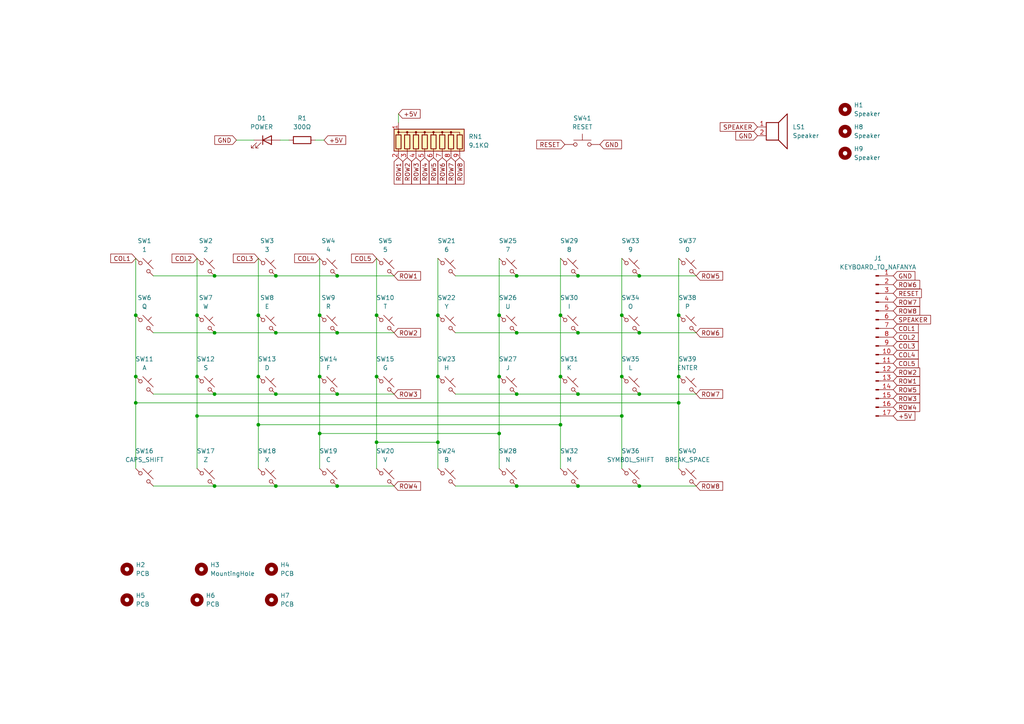
<source format=kicad_sch>
(kicad_sch (version 20250114) (generator "eeschema") (generator_version "9.0")
  (paper "A4")
  (title_block (title "Новая Клавиатура Нафаня/New Nafanya Keyboard") (date "5-Apr-2025") (company "Brett Hallen") (comment 1 "www.youtube.com/@brfff"))
  (lib_symbols
    (symbol "Connector:Conn_01x17_Pin" (pin_names (offset 1.016) (hide yes))
      (property "Reference" "J" (at 0 22.86 0))
      (property "Value" "Conn_01x17_Pin" (at 0 -22.86 0))
      (symbol "Conn_01x17_Pin_1_1"
        (rectangle (start 0.8636 20.447) (end 0 20.193) (stroke (width 0.1524)) (fill (type outline)))
        (rectangle (start 0.8636 17.907) (end 0 17.653) (stroke (width 0.1524)) (fill (type outline)))
        (rectangle (start 0.8636 15.367) (end 0 15.113) (stroke (width 0.1524)) (fill (type outline)))
        (rectangle (start 0.8636 12.827) (end 0 12.573) (stroke (width 0.1524)) (fill (type outline)))
        (rectangle (start 0.8636 10.287) (end 0 10.033) (stroke (width 0.1524)) (fill (type outline)))
        (rectangle (start 0.8636 7.747) (end 0 7.493) (stroke (width 0.1524)) (fill (type outline)))
        (rectangle (start 0.8636 5.207) (end 0 4.953) (stroke (width 0.1524)) (fill (type outline)))
        (rectangle (start 0.8636 2.667) (end 0 2.413) (stroke (width 0.1524)) (fill (type outline)))
        (rectangle (start 0.8636 0.127) (end 0 -0.127) (stroke (width 0.1524)) (fill (type outline)))
        (rectangle (start 0.8636 -2.413) (end 0 -2.667) (stroke (width 0.1524)) (fill (type outline)))
        (rectangle (start 0.8636 -4.953) (end 0 -5.207) (stroke (width 0.1524)) (fill (type outline)))
        (rectangle (start 0.8636 -7.493) (end 0 -7.747) (stroke (width 0.1524)) (fill (type outline)))
        (rectangle (start 0.8636 -10.033) (end 0 -10.287) (stroke (width 0.1524)) (fill (type outline)))
        (rectangle (start 0.8636 -12.573) (end 0 -12.827) (stroke (width 0.1524)) (fill (type outline)))
        (rectangle (start 0.8636 -15.113) (end 0 -15.367) (stroke (width 0.1524)) (fill (type outline)))
        (rectangle (start 0.8636 -17.653) (end 0 -17.907) (stroke (width 0.1524)) (fill (type outline)))
        (rectangle (start 0.8636 -20.193) (end 0 -20.447) (stroke (width 0.1524)) (fill (type outline)))
        (polyline (pts (xy 1.27 20.32) (xy 0.8636 20.32)) (stroke (width 0.1524)))
        (polyline (pts (xy 1.27 17.78) (xy 0.8636 17.78)) (stroke (width 0.1524)))
        (polyline (pts (xy 1.27 15.24) (xy 0.8636 15.24)) (stroke (width 0.1524)))
        (polyline (pts (xy 1.27 12.7) (xy 0.8636 12.7)) (stroke (width 0.1524)))
        (polyline (pts (xy 1.27 10.16) (xy 0.8636 10.16)) (stroke (width 0.1524)))
        (polyline (pts (xy 1.27 7.62) (xy 0.8636 7.62)) (stroke (width 0.1524)))
        (polyline (pts (xy 1.27 5.08) (xy 0.8636 5.08)) (stroke (width 0.1524)))
        (polyline (pts (xy 1.27 2.54) (xy 0.8636 2.54)) (stroke (width 0.1524)))
        (polyline (pts (xy 1.27 0) (xy 0.8636 0)) (stroke (width 0.1524)))
        (polyline (pts (xy 1.27 -2.54) (xy 0.8636 -2.54)) (stroke (width 0.1524)))
        (polyline (pts (xy 1.27 -5.08) (xy 0.8636 -5.08)) (stroke (width 0.1524)))
        (polyline (pts (xy 1.27 -7.62) (xy 0.8636 -7.62)) (stroke (width 0.1524)))
        (polyline (pts (xy 1.27 -10.16) (xy 0.8636 -10.16)) (stroke (width 0.1524)))
        (polyline (pts (xy 1.27 -12.7) (xy 0.8636 -12.7)) (stroke (width 0.1524)))
        (polyline (pts (xy 1.27 -15.24) (xy 0.8636 -15.24)) (stroke (width 0.1524)))
        (polyline (pts (xy 1.27 -17.78) (xy 0.8636 -17.78)) (stroke (width 0.1524)))
        (polyline (pts (xy 1.27 -20.32) (xy 0.8636 -20.32)) (stroke (width 0.1524)))
        (pin passive line (at 5.08 20.32 180) (length 3.81) (name "Pin_1") (number "1"))
        (pin passive line (at 5.08 17.78 180) (length 3.81) (name "Pin_2") (number "2"))
        (pin passive line (at 5.08 15.24 180) (length 3.81) (name "Pin_3") (number "3"))
        (pin passive line (at 5.08 12.7 180) (length 3.81) (name "Pin_4") (number "4"))
        (pin passive line (at 5.08 10.16 180) (length 3.81) (name "Pin_5") (number "5"))
        (pin passive line (at 5.08 7.62 180) (length 3.81) (name "Pin_6") (number "6"))
        (pin passive line (at 5.08 5.08 180) (length 3.81) (name "Pin_7") (number "7"))
        (pin passive line (at 5.08 2.54 180) (length 3.81) (name "Pin_8") (number "8"))
        (pin passive line (at 5.08 0 180) (length 3.81) (name "Pin_9") (number "9"))
        (pin passive line (at 5.08 -2.54 180) (length 3.81) (name "Pin_10") (number "10"))
        (pin passive line (at 5.08 -5.08 180) (length 3.81) (name "Pin_11") (number "11"))
        (pin passive line (at 5.08 -7.62 180) (length 3.81) (name "Pin_12") (number "12"))
        (pin passive line (at 5.08 -10.16 180) (length 3.81) (name "Pin_13") (number "13"))
        (pin passive line (at 5.08 -12.7 180) (length 3.81) (name "Pin_14") (number "14"))
        (pin passive line (at 5.08 -15.24 180) (length 3.81) (name "Pin_15") (number "15"))
        (pin passive line (at 5.08 -17.78 180) (length 3.81) (name "Pin_16") (number "16"))
        (pin passive line (at 5.08 -20.32 180) (length 3.81) (name "Pin_17") (number "17"))
      )
    )
    (symbol "Device:LED" (pin_numbers (hide yes)) (pin_names (offset 1.016) (hide yes))
      (property "Reference" "D" (at 0 2.54 0))
      (property "Value" "LED" (at 0 -2.54 0))
      (symbol "LED_0_1"
        (polyline (pts (xy -3.048 -0.762) (xy -4.572 -2.286) (xy -3.81 -2.286) (xy -4.572 -2.286) (xy -4.572 -1.524)))
        (polyline (pts (xy -1.778 -0.762) (xy -3.302 -2.286) (xy -2.54 -2.286) (xy -3.302 -2.286) (xy -3.302 -1.524)))
        (polyline (pts (xy -1.27 0) (xy 1.27 0)))
        (polyline (pts (xy -1.27 -1.27) (xy -1.27 1.27)) (stroke (width 0.254)))
        (polyline (pts (xy 1.27 -1.27) (xy 1.27 1.27) (xy -1.27 0) (xy 1.27 -1.27)) (stroke (width 0.254)))
      )
      (symbol "LED_1_1"
        (pin passive line (at -3.81 0 0) (length 2.54) (name "K") (number "1"))
        (pin passive line (at 3.81 0 180) (length 2.54) (name "A") (number "2"))
      )
    )
    (symbol "Device:R" (pin_numbers (hide yes)) (pin_names (offset 0))
      (property "Reference" "R" (at 2.032 0 90))
      (property "Value" "R" (at 0 0 90))
      (symbol "R_0_1"
        (rectangle (start -1.016 -2.54) (end 1.016 2.54) (stroke (width 0.254)))
      )
      (symbol "R_1_1"
        (pin passive line (at 0 3.81 270) (length 1.27) (name "~") (number "1"))
        (pin passive line (at 0 -3.81 90) (length 1.27) (name "~") (number "2"))
      )
    )
    (symbol "Device:R_Network08" (pin_names (offset 0) (hide yes))
      (property "Reference" "RN" (at -12.7 0 90))
      (property "Value" "R_Network08" (at 10.16 0 90))
      (symbol "R_Network08_0_1"
        (rectangle (start -11.43 -3.175) (end 8.89 3.175) (stroke (width 0.254)) (fill (type background)))
        (rectangle (start -10.922 1.524) (end -9.398 -2.54) (stroke (width 0.254)))
        (circle (center -10.16 2.286) (radius 0.254) (fill (type outline)))
        (polyline (pts (xy -10.16 1.524) (xy -10.16 2.286) (xy -7.62 2.286) (xy -7.62 1.524)))
        (polyline (pts (xy -10.16 -2.54) (xy -10.16 -3.81)))
        (rectangle (start -8.382 1.524) (end -6.858 -2.54) (stroke (width 0.254)))
        (circle (center -7.62 2.286) (radius 0.254) (fill (type outline)))
        (polyline (pts (xy -7.62 1.524) (xy -7.62 2.286) (xy -5.08 2.286) (xy -5.08 1.524)))
        (polyline (pts (xy -7.62 -2.54) (xy -7.62 -3.81)))
        (rectangle (start -5.842 1.524) (end -4.318 -2.54) (stroke (width 0.254)))
        (circle (center -5.08 2.286) (radius 0.254) (fill (type outline)))
        (polyline (pts (xy -5.08 1.524) (xy -5.08 2.286) (xy -2.54 2.286) (xy -2.54 1.524)))
        (polyline (pts (xy -5.08 -2.54) (xy -5.08 -3.81)))
        (rectangle (start -3.302 1.524) (end -1.778 -2.54) (stroke (width 0.254)))
        (circle (center -2.54 2.286) (radius 0.254) (fill (type outline)))
        (polyline (pts (xy -2.54 1.524) (xy -2.54 2.286) (xy 0 2.286) (xy 0 1.524)))
        (polyline (pts (xy -2.54 -2.54) (xy -2.54 -3.81)))
        (rectangle (start -0.762 1.524) (end 0.762 -2.54) (stroke (width 0.254)))
        (circle (center 0 2.286) (radius 0.254) (fill (type outline)))
        (polyline (pts (xy 0 1.524) (xy 0 2.286) (xy 2.54 2.286) (xy 2.54 1.524)))
        (polyline (pts (xy 0 -2.54) (xy 0 -3.81)))
        (rectangle (start 1.778 1.524) (end 3.302 -2.54) (stroke (width 0.254)))
        (circle (center 2.54 2.286) (radius 0.254) (fill (type outline)))
        (polyline (pts (xy 2.54 1.524) (xy 2.54 2.286) (xy 5.08 2.286) (xy 5.08 1.524)))
        (polyline (pts (xy 2.54 -2.54) (xy 2.54 -3.81)))
        (rectangle (start 4.318 1.524) (end 5.842 -2.54) (stroke (width 0.254)))
        (circle (center 5.08 2.286) (radius 0.254) (fill (type outline)))
        (polyline (pts (xy 5.08 1.524) (xy 5.08 2.286) (xy 7.62 2.286) (xy 7.62 1.524)))
        (polyline (pts (xy 5.08 -2.54) (xy 5.08 -3.81)))
        (rectangle (start 6.858 1.524) (end 8.382 -2.54) (stroke (width 0.254)))
        (polyline (pts (xy 7.62 -2.54) (xy 7.62 -3.81)))
      )
      (symbol "R_Network08_1_1"
        (pin passive line (at -10.16 5.08 270) (length 2.54) (name "common") (number "1"))
        (pin passive line (at -10.16 -5.08 90) (length 1.27) (name "R1") (number "2"))
        (pin passive line (at -7.62 -5.08 90) (length 1.27) (name "R2") (number "3"))
        (pin passive line (at -5.08 -5.08 90) (length 1.27) (name "R3") (number "4"))
        (pin passive line (at -2.54 -5.08 90) (length 1.27) (name "R4") (number "5"))
        (pin passive line (at 0 -5.08 90) (length 1.27) (name "R5") (number "6"))
        (pin passive line (at 2.54 -5.08 90) (length 1.27) (name "R6") (number "7"))
        (pin passive line (at 5.08 -5.08 90) (length 1.27) (name "R7") (number "8"))
        (pin passive line (at 7.62 -5.08 90) (length 1.27) (name "R8") (number "9"))
      )
    )
    (symbol "Device:Speaker" (pin_names (offset 0) (hide yes))
      (property "Reference" "LS" (at 1.27 5.715 0))
      (property "Value" "Speaker" (at 1.27 3.81 0))
      (symbol "Speaker_0_0"
        (rectangle (start -2.54 1.27) (end 1.016 -3.81) (stroke (width 0.254)))
        (polyline (pts (xy 1.016 1.27) (xy 3.556 3.81) (xy 3.556 -6.35) (xy 1.016 -3.81)) (stroke (width 0.254)))
      )
      (symbol "Speaker_1_1"
        (pin input line (at -5.08 0 0) (length 2.54) (name "1") (number "1"))
        (pin input line (at -5.08 -2.54 0) (length 2.54) (name "2") (number "2"))
      )
    )
    (symbol "Mechanical:MountingHole" (pin_names (offset 1.016)) (exclude_from_sim yes) (in_bom no)
      (property "Reference" "H" (at 0 5.08 0))
      (property "Value" "MountingHole" (at 0 3.175 0))
      (symbol "MountingHole_0_1"
        (circle (center 0 0) (radius 1.27) (stroke (width 1.27)))
      )
    )
    (symbol "Switch:SW_Push" (pin_numbers (hide yes)) (pin_names (offset 1.016) (hide yes))
      (property "Reference" "SW" (at 1.27 2.54 0))
      (property "Value" "SW_Push" (at 0 -1.524 0))
      (symbol "SW_Push_0_1"
        (circle (center -2.032 0) (radius 0.508))
        (polyline (pts (xy 0 1.27) (xy 0 3.048)))
        (circle (center 2.032 0) (radius 0.508))
        (polyline (pts (xy 2.54 1.27) (xy -2.54 1.27)))
        (pin passive line (at -5.08 0 0) (length 2.54) (name "1") (number "1"))
        (pin passive line (at 5.08 0 180) (length 2.54) (name "2") (number "2"))
      )
    )
    (symbol "Switch:SW_Push_45deg" (pin_numbers (hide yes)) (pin_names (offset 1.016) (hide yes))
      (property "Reference" "SW" (at 3.048 1.016 0))
      (property "Value" "SW_Push_45deg" (at 0 -3.81 0))
      (symbol "SW_Push_45deg_0_1"
        (polyline (pts (xy -2.54 2.54) (xy -1.524 1.524) (xy -1.524 1.524)))
        (circle (center -1.1684 1.1684) (radius 0.508))
        (polyline (pts (xy -0.508 2.54) (xy 2.54 -0.508)))
        (polyline (pts (xy 1.016 1.016) (xy 2.032 2.032)))
        (circle (center 1.143 -1.1938) (radius 0.508))
        (polyline (pts (xy 1.524 -1.524) (xy 2.54 -2.54) (xy 2.54 -2.54) (xy 2.54 -2.54)))
        (pin passive line (at -2.54 2.54 0) (length 0) (name "1") (number "1"))
        (pin passive line (at 2.54 -2.54 180) (length 0) (name "2") (number "2"))
      )
    )
  )
  (junction (at 74.93 91.44))
  (junction (at 196.85 109.22))
  (junction (at 74.93 123.19))
  (junction (at 180.34 109.22))
  (junction (at 57.15 109.22))
  (junction (at 167.64 114.3))
  (junction (at 80.01 80.01))
  (junction (at 162.56 91.44))
  (junction (at 185.42 96.52))
  (junction (at 144.78 125.73))
  (junction (at 62.23 114.3))
  (junction (at 196.85 91.44))
  (junction (at 97.79 80.01))
  (junction (at 149.86 96.52))
  (junction (at 39.37 109.22))
  (junction (at 97.79 114.3))
  (junction (at 109.22 128.27))
  (junction (at 149.86 114.3))
  (junction (at 180.34 91.44))
  (junction (at 80.01 96.52))
  (junction (at 62.23 140.97))
  (junction (at 127 109.22))
  (junction (at 167.64 80.01))
  (junction (at 92.71 125.73))
  (junction (at 39.37 91.44))
  (junction (at 39.37 116.84))
  (junction (at 80.01 114.3))
  (junction (at 149.86 80.01))
  (junction (at 92.71 91.44))
  (junction (at 196.85 116.84))
  (junction (at 62.23 80.01))
  (junction (at 162.56 123.19))
  (junction (at 149.86 140.97))
  (junction (at 57.15 120.65))
  (junction (at 62.23 96.52))
  (junction (at 185.42 140.97))
  (junction (at 162.56 109.22))
  (junction (at 167.64 96.52))
  (junction (at 180.34 120.65))
  (junction (at 167.64 140.97))
  (junction (at 185.42 80.01))
  (junction (at 185.42 114.3))
  (junction (at 144.78 91.44))
  (junction (at 97.79 140.97))
  (junction (at 109.22 91.44))
  (junction (at 127 91.44))
  (junction (at 109.22 109.22))
  (junction (at 74.93 109.22))
  (junction (at 97.79 96.52))
  (junction (at 144.78 109.22))
  (junction (at 127 128.27))
  (junction (at 57.15 91.44))
  (junction (at 80.01 140.97))
  (junction (at 92.71 109.22))
  (wire (pts (xy 115.57 33.02) (xy 115.57 35.56)))
  (wire (pts (xy 127 74.93) (xy 127 91.44)))
  (wire (pts (xy 144.78 125.73) (xy 144.78 135.89)))
  (wire (pts (xy 80.01 96.52) (xy 97.79 96.52)))
  (wire (pts (xy 185.42 114.3) (xy 201.93 114.3)))
  (wire (pts (xy 97.79 140.97) (xy 114.3 140.97)))
  (wire (pts (xy 68.58 40.64) (xy 73.66 40.64)))
  (wire (pts (xy 132.08 96.52) (xy 149.86 96.52)))
  (wire (pts (xy 167.64 114.3) (xy 185.42 114.3)))
  (wire (pts (xy 92.71 74.93) (xy 92.71 91.44)))
  (wire (pts (xy 44.45 80.01) (xy 62.23 80.01)))
  (wire (pts (xy 180.34 109.22) (xy 180.34 120.65)))
  (wire (pts (xy 109.22 128.27) (xy 127 128.27)))
  (wire (pts (xy 144.78 91.44) (xy 144.78 109.22)))
  (wire (pts (xy 196.85 91.44) (xy 196.85 109.22)))
  (wire (pts (xy 149.86 140.97) (xy 167.64 140.97)))
  (wire (pts (xy 80.01 140.97) (xy 97.79 140.97)))
  (wire (pts (xy 162.56 91.44) (xy 162.56 109.22)))
  (wire (pts (xy 144.78 109.22) (xy 144.78 125.73)))
  (wire (pts (xy 162.56 109.22) (xy 162.56 123.19)))
  (wire (pts (xy 127 128.27) (xy 127 135.89)))
  (wire (pts (xy 80.01 80.01) (xy 97.79 80.01)))
  (wire (pts (xy 62.23 80.01) (xy 80.01 80.01)))
  (wire (pts (xy 127 91.44) (xy 127 109.22)))
  (wire (pts (xy 62.23 140.97) (xy 80.01 140.97)))
  (wire (pts (xy 44.45 96.52) (xy 62.23 96.52)))
  (wire (pts (xy 57.15 120.65) (xy 180.34 120.65)))
  (wire (pts (xy 149.86 96.52) (xy 167.64 96.52)))
  (wire (pts (xy 149.86 114.3) (xy 167.64 114.3)))
  (wire (pts (xy 109.22 74.93) (xy 109.22 91.44)))
  (wire (pts (xy 74.93 109.22) (xy 74.93 123.19)))
  (wire (pts (xy 39.37 116.84) (xy 196.85 116.84)))
  (wire (pts (xy 92.71 125.73) (xy 92.71 135.89)))
  (wire (pts (xy 81.28 40.64) (xy 83.82 40.64)))
  (wire (pts (xy 57.15 109.22) (xy 57.15 120.65)))
  (wire (pts (xy 196.85 116.84) (xy 196.85 135.89)))
  (wire (pts (xy 196.85 74.93) (xy 196.85 91.44)))
  (wire (pts (xy 185.42 96.52) (xy 201.93 96.52)))
  (wire (pts (xy 93.98 40.64) (xy 91.44 40.64)))
  (wire (pts (xy 127 109.22) (xy 127 128.27)))
  (wire (pts (xy 167.64 140.97) (xy 185.42 140.97)))
  (wire (pts (xy 74.93 123.19) (xy 162.56 123.19)))
  (wire (pts (xy 167.64 96.52) (xy 185.42 96.52)))
  (wire (pts (xy 180.34 120.65) (xy 180.34 135.89)))
  (wire (pts (xy 62.23 114.3) (xy 80.01 114.3)))
  (wire (pts (xy 97.79 96.52) (xy 114.3 96.52)))
  (wire (pts (xy 149.86 80.01) (xy 167.64 80.01)))
  (wire (pts (xy 132.08 114.3) (xy 149.86 114.3)))
  (wire (pts (xy 74.93 74.93) (xy 74.93 91.44)))
  (wire (pts (xy 109.22 91.44) (xy 109.22 109.22)))
  (wire (pts (xy 167.64 80.01) (xy 185.42 80.01)))
  (wire (pts (xy 162.56 123.19) (xy 162.56 135.89)))
  (wire (pts (xy 92.71 109.22) (xy 92.71 125.73)))
  (wire (pts (xy 109.22 128.27) (xy 109.22 135.89)))
  (wire (pts (xy 185.42 80.01) (xy 201.93 80.01)))
  (wire (pts (xy 39.37 109.22) (xy 39.37 116.84)))
  (wire (pts (xy 92.71 125.73) (xy 144.78 125.73)))
  (wire (pts (xy 132.08 80.01) (xy 149.86 80.01)))
  (wire (pts (xy 185.42 140.97) (xy 201.93 140.97)))
  (wire (pts (xy 97.79 80.01) (xy 114.3 80.01)))
  (wire (pts (xy 74.93 123.19) (xy 74.93 135.89)))
  (wire (pts (xy 74.93 91.44) (xy 74.93 109.22)))
  (wire (pts (xy 57.15 74.93) (xy 57.15 91.44)))
  (wire (pts (xy 44.45 114.3) (xy 62.23 114.3)))
  (wire (pts (xy 62.23 96.52) (xy 80.01 96.52)))
  (wire (pts (xy 92.71 91.44) (xy 92.71 109.22)))
  (wire (pts (xy 57.15 120.65) (xy 57.15 135.89)))
  (wire (pts (xy 44.45 140.97) (xy 62.23 140.97)))
  (wire (pts (xy 57.15 91.44) (xy 57.15 109.22)))
  (wire (pts (xy 144.78 74.93) (xy 144.78 91.44)))
  (wire (pts (xy 132.08 140.97) (xy 149.86 140.97)))
  (wire (pts (xy 39.37 116.84) (xy 39.37 135.89)))
  (wire (pts (xy 97.79 114.3) (xy 114.3 114.3)))
  (wire (pts (xy 180.34 91.44) (xy 180.34 109.22)))
  (wire (pts (xy 109.22 109.22) (xy 109.22 128.27)))
  (wire (pts (xy 180.34 74.93) (xy 180.34 91.44)))
  (wire (pts (xy 80.01 114.3) (xy 97.79 114.3)))
  (wire (pts (xy 196.85 109.22) (xy 196.85 116.84)))
  (wire (pts (xy 39.37 91.44) (xy 39.37 109.22)))
  (wire (pts (xy 39.37 74.93) (xy 39.37 91.44)))
  (wire (pts (xy 162.56 74.93) (xy 162.56 91.44)))
  (global_label "ROW6" (shape input) (at 259.08 82.55 0) (property "Intersheetrefs" "${INTERSHEET_REFS}" (effects (hide yes))))
  (global_label "COL1" (shape input) (at 259.08 95.25 0) (property "Intersheetrefs" "${INTERSHEET_REFS}" (effects (hide yes))))
  (global_label "ROW7" (shape input) (at 201.93 114.3 0) (property "Intersheetrefs" "${INTERSHEET_REFS}" (effects (hide yes))))
  (global_label "ROW2" (shape input) (at 118.11 45.72 270) (property "Intersheetrefs" "${INTERSHEET_REFS}" (effects (hide yes))))
  (global_label "GND" (shape input) (at 259.08 80.01 0) (property "Intersheetrefs" "${INTERSHEET_REFS}" (effects (hide yes))))
  (global_label "ROW8" (shape input) (at 201.93 140.97 0) (property "Intersheetrefs" "${INTERSHEET_REFS}" (effects (hide yes))))
  (global_label "COL3" (shape input) (at 74.93 74.93 180) (property "Intersheetrefs" "${INTERSHEET_REFS}" (effects (hide yes))))
  (global_label "ROW3" (shape input) (at 259.08 115.57 0) (property "Intersheetrefs" "${INTERSHEET_REFS}" (effects (hide yes))))
  (global_label "ROW4" (shape input) (at 114.3 140.97 0) (property "Intersheetrefs" "${INTERSHEET_REFS}" (effects (hide yes))))
  (global_label "ROW6" (shape input) (at 201.93 96.52 0) (property "Intersheetrefs" "${INTERSHEET_REFS}" (effects (hide yes))))
  (global_label "ROW8" (shape input) (at 259.08 90.17 0) (property "Intersheetrefs" "${INTERSHEET_REFS}" (effects (hide yes))))
  (global_label "ROW1" (shape input) (at 259.08 110.49 0) (property "Intersheetrefs" "${INTERSHEET_REFS}" (effects (hide yes))))
  (global_label "ROW7" (shape input) (at 130.81 45.72 270) (property "Intersheetrefs" "${INTERSHEET_REFS}" (effects (hide yes))))
  (global_label "COL4" (shape input) (at 259.08 102.87 0) (property "Intersheetrefs" "${INTERSHEET_REFS}" (effects (hide yes))))
  (global_label "ROW5" (shape input) (at 201.93 80.01 0) (property "Intersheetrefs" "${INTERSHEET_REFS}" (effects (hide yes))))
  (global_label "ROW1" (shape input) (at 115.57 45.72 270) (property "Intersheetrefs" "${INTERSHEET_REFS}" (effects (hide yes))))
  (global_label "SPEAKER" (shape input) (at 259.08 92.71 0) (property "Intersheetrefs" "${INTERSHEET_REFS}" (effects (hide yes))))
  (global_label "COL4" (shape input) (at 92.71 74.93 180) (property "Intersheetrefs" "${INTERSHEET_REFS}" (effects (hide yes))))
  (global_label "ROW5" (shape input) (at 259.08 113.03 0) (property "Intersheetrefs" "${INTERSHEET_REFS}" (effects (hide yes))))
  (global_label "GND" (shape input) (at 173.99 41.91 0) (property "Intersheetrefs" "${INTERSHEET_REFS}" (effects (hide yes))))
  (global_label "ROW8" (shape input) (at 133.35 45.72 270) (property "Intersheetrefs" "${INTERSHEET_REFS}" (effects (hide yes))))
  (global_label "ROW4" (shape input) (at 259.08 118.11 0) (property "Intersheetrefs" "${INTERSHEET_REFS}" (effects (hide yes))))
  (global_label "ROW2" (shape input) (at 259.08 107.95 0) (property "Intersheetrefs" "${INTERSHEET_REFS}" (effects (hide yes))))
  (global_label "COL5" (shape input) (at 109.22 74.93 180) (property "Intersheetrefs" "${INTERSHEET_REFS}" (effects (hide yes))))
  (global_label "ROW6" (shape input) (at 128.27 45.72 270) (property "Intersheetrefs" "${INTERSHEET_REFS}" (effects (hide yes))))
  (global_label "ROW5" (shape input) (at 125.73 45.72 270) (property "Intersheetrefs" "${INTERSHEET_REFS}" (effects (hide yes))))
  (global_label "ROW4" (shape input) (at 123.19 45.72 270) (property "Intersheetrefs" "${INTERSHEET_REFS}" (effects (hide yes))))
  (global_label "+5V" (shape input) (at 259.08 120.65 0) (property "Intersheetrefs" "${INTERSHEET_REFS}" (effects (hide yes))))
  (global_label "COL3" (shape input) (at 259.08 100.33 0) (property "Intersheetrefs" "${INTERSHEET_REFS}" (effects (hide yes))))
  (global_label "ROW3" (shape input) (at 120.65 45.72 270) (property "Intersheetrefs" "${INTERSHEET_REFS}" (effects (hide yes))))
  (global_label "ROW1" (shape input) (at 114.3 80.01 0) (property "Intersheetrefs" "${INTERSHEET_REFS}" (effects (hide yes))))
  (global_label "SPEAKER" (shape input) (at 219.71 36.83 180) (property "Intersheetrefs" "${INTERSHEET_REFS}" (effects (hide yes))))
  (global_label "GND" (shape input) (at 219.71 39.37 180) (property "Intersheetrefs" "${INTERSHEET_REFS}" (effects (hide yes))))
  (global_label "ROW3" (shape input) (at 114.3 114.3 0) (property "Intersheetrefs" "${INTERSHEET_REFS}" (effects (hide yes))))
  (global_label "GND" (shape input) (at 68.58 40.64 180) (property "Intersheetrefs" "${INTERSHEET_REFS}" (effects (hide yes))))
  (global_label "+5V" (shape input) (at 115.57 33.02 0) (property "Intersheetrefs" "${INTERSHEET_REFS}" (effects (hide yes))))
  (global_label "RESET" (shape input) (at 259.08 85.09 0) (property "Intersheetrefs" "${INTERSHEET_REFS}" (effects (hide yes))))
  (global_label "RESET" (shape input) (at 163.83 41.91 180) (property "Intersheetrefs" "${INTERSHEET_REFS}" (effects (hide yes))))
  (global_label "ROW7" (shape input) (at 259.08 87.63 0) (property "Intersheetrefs" "${INTERSHEET_REFS}" (effects (hide yes))))
  (global_label "COL1" (shape input) (at 39.37 74.93 180) (property "Intersheetrefs" "${INTERSHEET_REFS}" (effects (hide yes))))
  (global_label "+5V" (shape input) (at 93.98 40.64 0) (property "Intersheetrefs" "${INTERSHEET_REFS}" (effects (hide yes))))
  (global_label "COL5" (shape input) (at 259.08 105.41 0) (property "Intersheetrefs" "${INTERSHEET_REFS}" (effects (hide yes))))
  (global_label "ROW2" (shape input) (at 114.3 96.52 0) (property "Intersheetrefs" "${INTERSHEET_REFS}" (effects (hide yes))))
  (global_label "COL2" (shape input) (at 57.15 74.93 180) (property "Intersheetrefs" "${INTERSHEET_REFS}" (effects (hide yes))))
  (global_label "COL2" (shape input) (at 259.08 97.79 0) (property "Intersheetrefs" "${INTERSHEET_REFS}" (effects (hide yes))))
  (symbol (lib_id "Switch:SW_Push_45deg") (at 77.47 77.47 0) (unit 1)
    (property "Reference" "SW3" (at 77.47 69.85 0))
    (property "Value" "3" (at 77.47 72.39 0))
    (property "Description" "Push button switch, normally open, two pins, 45° tilted" (effects (hide yes)))
  )
  (symbol (lib_id "Switch:SW_Push_45deg") (at 77.47 111.76 0) (unit 1)
    (property "Reference" "SW13" (at 77.47 104.14 0))
    (property "Value" "D" (at 77.47 106.68 0))
    (property "Description" "Push button switch, normally open, two pins, 45° tilted" (effects (hide yes)))
  )
  (symbol (lib_id "Switch:SW_Push_45deg") (at 41.91 93.98 0) (unit 1)
    (property "Reference" "SW6" (at 41.91 86.36 0))
    (property "Value" "Q" (at 41.91 88.9 0))
    (property "Description" "Push button switch, normally open, two pins, 45° tilted" (effects (hide yes)))
  )
  (symbol (lib_id "Switch:SW_Push_45deg") (at 111.76 77.47 0) (unit 1)
    (property "Reference" "SW5" (at 111.76 69.85 0))
    (property "Value" "5" (at 111.76 72.39 0))
    (property "Description" "Push button switch, normally open, two pins, 45° tilted" (effects (hide yes)))
  )
  (symbol (lib_id "Device:LED") (at 77.47 40.64 0) (unit 1)
    (property "Reference" "D1" (at 75.8825 34.29 0))
    (property "Value" "POWER" (at 75.8825 36.83 0))
    (property "Description" "Light emitting diode" (effects (hide yes)))
    (property "Sim.Pins" "1=K 2=A" (effects (hide yes)))
  )
  (symbol (lib_id "Switch:SW_Push_45deg") (at 165.1 111.76 0) (unit 1)
    (property "Reference" "SW31" (at 165.1 104.14 0))
    (property "Value" "K" (at 165.1 106.68 0))
    (property "Description" "Push button switch, normally open, two pins, 45° tilted" (effects (hide yes)))
  )
  (symbol (lib_id "Switch:SW_Push_45deg") (at 147.32 93.98 0) (unit 1)
    (property "Reference" "SW26" (at 147.32 86.36 0))
    (property "Value" "U" (at 147.32 88.9 0))
    (property "Description" "Push button switch, normally open, two pins, 45° tilted" (effects (hide yes)))
  )
  (symbol (lib_id "Switch:SW_Push_45deg") (at 182.88 138.43 0) (unit 1)
    (property "Reference" "SW36" (at 182.88 130.81 0))
    (property "Value" "SYMBOL_SHIFT" (at 182.88 133.35 0))
    (property "Description" "Push button switch, normally open, two pins, 45° tilted" (effects (hide yes)))
  )
  (symbol (lib_id "Switch:SW_Push_45deg") (at 165.1 138.43 0) (unit 1)
    (property "Reference" "SW32" (at 165.1 130.81 0))
    (property "Value" "M" (at 165.1 133.35 0))
    (property "Description" "Push button switch, normally open, two pins, 45° tilted" (effects (hide yes)))
  )
  (symbol (lib_id "Switch:SW_Push_45deg") (at 129.54 138.43 0) (unit 1)
    (property "Reference" "SW24" (at 129.54 130.81 0))
    (property "Value" "B" (at 129.54 133.35 0))
    (property "Description" "Push button switch, normally open, two pins, 45° tilted" (effects (hide yes)))
  )
  (symbol (lib_id "Mechanical:MountingHole") (at 78.74 173.99 0) (unit 1) (exclude_from_sim yes) (in_bom no)
    (property "Reference" "H7" (at 81.28 172.7199 0) (effects (justify left)))
    (property "Value" "PCB" (at 81.28 175.2599 0) (effects (justify left)))
    (property "Description" "Mounting Hole without connection" (effects (hide yes)))
  )
  (symbol (lib_id "Switch:SW_Push_45deg") (at 77.47 93.98 0) (unit 1)
    (property "Reference" "SW8" (at 77.47 86.36 0))
    (property "Value" "E" (at 77.47 88.9 0))
    (property "Description" "Push button switch, normally open, two pins, 45° tilted" (effects (hide yes)))
  )
  (symbol (lib_id "Switch:SW_Push_45deg") (at 147.32 77.47 0) (unit 1)
    (property "Reference" "SW25" (at 147.32 69.85 0))
    (property "Value" "7" (at 147.32 72.39 0))
    (property "Description" "Push button switch, normally open, two pins, 45° tilted" (effects (hide yes)))
  )
  (symbol (lib_id "Switch:SW_Push_45deg") (at 41.91 77.47 0) (unit 1)
    (property "Reference" "SW1" (at 41.91 69.85 0))
    (property "Value" "1" (at 41.91 72.39 0))
    (property "Description" "Push button switch, normally open, two pins, 45° tilted" (effects (hide yes)))
  )
  (symbol (lib_id "Switch:SW_Push_45deg") (at 182.88 93.98 0) (unit 1)
    (property "Reference" "SW34" (at 182.88 86.36 0))
    (property "Value" "O" (at 182.88 88.9 0))
    (property "Description" "Push button switch, normally open, two pins, 45° tilted" (effects (hide yes)))
  )
  (symbol (lib_id "Switch:SW_Push_45deg") (at 147.32 138.43 0) (unit 1)
    (property "Reference" "SW28" (at 147.32 130.81 0))
    (property "Value" "N" (at 147.32 133.35 0))
    (property "Description" "Push button switch, normally open, two pins, 45° tilted" (effects (hide yes)))
  )
  (symbol (lib_id "Mechanical:MountingHole") (at 36.83 165.1 0) (unit 1) (exclude_from_sim yes) (in_bom no)
    (property "Reference" "H2" (at 39.37 163.8299 0) (effects (justify left)))
    (property "Value" "PCB" (at 39.37 166.3699 0) (effects (justify left)))
    (property "Description" "Mounting Hole without connection" (effects (hide yes)))
  )
  (symbol (lib_id "Switch:SW_Push_45deg") (at 59.69 93.98 0) (unit 1)
    (property "Reference" "SW7" (at 59.69 86.36 0))
    (property "Value" "W" (at 59.69 88.9 0))
    (property "Description" "Push button switch, normally open, two pins, 45° tilted" (effects (hide yes)))
  )
  (symbol (lib_id "Switch:SW_Push_45deg") (at 95.25 93.98 0) (unit 1)
    (property "Reference" "SW9" (at 95.25 86.36 0))
    (property "Value" "R" (at 95.25 88.9 0))
    (property "Description" "Push button switch, normally open, two pins, 45° tilted" (effects (hide yes)))
  )
  (symbol (lib_id "Switch:SW_Push_45deg") (at 165.1 93.98 0) (unit 1)
    (property "Reference" "SW30" (at 165.1 86.36 0))
    (property "Value" "I" (at 165.1 88.9 0))
    (property "Description" "Push button switch, normally open, two pins, 45° tilted" (effects (hide yes)))
  )
  (symbol (lib_id "Switch:SW_Push_45deg") (at 147.32 111.76 0) (unit 1)
    (property "Reference" "SW27" (at 147.32 104.14 0))
    (property "Value" "J" (at 147.32 106.68 0))
    (property "Description" "Push button switch, normally open, two pins, 45° tilted" (effects (hide yes)))
  )
  (symbol (lib_id "Switch:SW_Push_45deg") (at 41.91 138.43 0) (unit 1)
    (property "Reference" "SW16" (at 41.91 130.81 0))
    (property "Value" "CAPS_SHIFT" (at 41.91 133.35 0))
    (property "Description" "Push button switch, normally open, two pins, 45° tilted" (effects (hide yes)))
  )
  (symbol (lib_id "Device:R_Network08") (at 125.73 40.64 0) (unit 1)
    (property "Reference" "RN1" (at 135.89 39.6239 0) (effects (justify left)))
    (property "Value" "9.1KΩ" (at 135.89 42.1639 0) (effects (justify left)))
    (property "Footprint" "Resistor_THT:R_Array_SIP9" (effects (hide yes)))
    (property "Datasheet" "http://www.vishay.com/docs/31509/csc.pdf" (effects (hide yes)))
    (property "Description" "8 resistor network, star topology, bussed resistors, small symbol" (effects (hide yes)))
  )
  (symbol (lib_id "Switch:SW_Push_45deg") (at 111.76 93.98 0) (unit 1)
    (property "Reference" "SW10" (at 111.76 86.36 0))
    (property "Value" "T" (at 111.76 88.9 0))
    (property "Description" "Push button switch, normally open, two pins, 45° tilted" (effects (hide yes)))
  )
  (symbol (lib_id "Mechanical:MountingHole") (at 57.15 173.99 0) (unit 1) (exclude_from_sim yes) (in_bom no)
    (property "Reference" "H6" (at 59.69 172.7199 0) (effects (justify left)))
    (property "Value" "PCB" (at 59.69 175.2599 0) (effects (justify left)))
    (property "Description" "Mounting Hole without connection" (effects (hide yes)))
  )
  (symbol (lib_id "Mechanical:MountingHole") (at 78.74 165.1 0) (unit 1) (exclude_from_sim yes) (in_bom no)
    (property "Reference" "H4" (at 81.28 163.8299 0) (effects (justify left)))
    (property "Value" "PCB" (at 81.28 166.3699 0) (effects (justify left)))
    (property "Description" "Mounting Hole without connection" (effects (hide yes)))
  )
  (symbol (lib_id "Switch:SW_Push_45deg") (at 95.25 138.43 0) (unit 1)
    (property "Reference" "SW19" (at 95.25 130.81 0))
    (property "Value" "C" (at 95.25 133.35 0))
    (property "Description" "Push button switch, normally open, two pins, 45° tilted" (effects (hide yes)))
  )
  (symbol (lib_id "Mechanical:MountingHole") (at 36.83 173.99 0) (unit 1) (exclude_from_sim yes) (in_bom no)
    (property "Reference" "H5" (at 39.37 172.7199 0) (effects (justify left)))
    (property "Value" "PCB" (at 39.37 175.2599 0) (effects (justify left)))
    (property "Description" "Mounting Hole without connection" (effects (hide yes)))
  )
  (symbol (lib_id "Switch:SW_Push_45deg") (at 199.39 77.47 0) (unit 1)
    (property "Reference" "SW37" (at 199.39 69.85 0))
    (property "Value" "0" (at 199.39 72.39 0))
    (property "Description" "Push button switch, normally open, two pins, 45° tilted" (effects (hide yes)))
  )
  (symbol (lib_id "Connector:Conn_01x17_Pin") (at 254 100.33 0) (unit 1)
    (property "Reference" "J1" (at 254.635 74.93 0))
    (property "Value" "KEYBOARD_TO_NAFANYA" (at 254.635 77.47 0))
    (property "Description" "Generic connector, single row, 01x17, script generated" (effects (hide yes)))
  )
  (symbol (lib_id "Switch:SW_Push_45deg") (at 59.69 111.76 0) (unit 1)
    (property "Reference" "SW12" (at 59.69 104.14 0))
    (property "Value" "S" (at 59.69 106.68 0))
    (property "Description" "Push button switch, normally open, two pins, 45° tilted" (effects (hide yes)))
  )
  (symbol (lib_id "Switch:SW_Push_45deg") (at 59.69 138.43 0) (unit 1)
    (property "Reference" "SW17" (at 59.69 130.81 0))
    (property "Value" "Z" (at 59.69 133.35 0))
    (property "Description" "Push button switch, normally open, two pins, 45° tilted" (effects (hide yes)))
  )
  (symbol (lib_id "Mechanical:MountingHole") (at 58.42 165.1 0) (unit 1) (exclude_from_sim yes) (in_bom no)
    (property "Reference" "H3" (at 60.96 163.8299 0) (effects (justify left)))
    (property "Value" "MountingHole" (at 60.96 166.3699 0) (effects (justify left)))
    (property "Description" "Mounting Hole without connection" (effects (hide yes)))
  )
  (symbol (lib_id "Device:R") (at 87.63 40.64 90) (unit 1)
    (property "Reference" "R1" (at 87.63 34.29 90))
    (property "Value" "300Ω" (at 87.63 36.83 90))
    (property "Description" "Resistor" (effects (hide yes)))
  )
  (symbol (lib_id "Switch:SW_Push_45deg") (at 199.39 111.76 0) (unit 1)
    (property "Reference" "SW39" (at 199.39 104.14 0))
    (property "Value" "ENTER" (at 199.39 106.68 0))
    (property "Description" "Push button switch, normally open, two pins, 45° tilted" (effects (hide yes)))
  )
  (symbol (lib_id "Switch:SW_Push_45deg") (at 41.91 111.76 0) (unit 1)
    (property "Reference" "SW11" (at 41.91 104.14 0))
    (property "Value" "A" (at 41.91 106.68 0))
    (property "Description" "Push button switch, normally open, two pins, 45° tilted" (effects (hide yes)))
  )
  (symbol (lib_id "Switch:SW_Push_45deg") (at 77.47 138.43 0) (unit 1)
    (property "Reference" "SW18" (at 77.47 130.81 0))
    (property "Value" "X" (at 77.47 133.35 0))
    (property "Description" "Push button switch, normally open, two pins, 45° tilted" (effects (hide yes)))
  )
  (symbol (lib_id "Switch:SW_Push_45deg") (at 95.25 111.76 0) (unit 1)
    (property "Reference" "SW14" (at 95.25 104.14 0))
    (property "Value" "F" (at 95.25 106.68 0))
    (property "Description" "Push button switch, normally open, two pins, 45° tilted" (effects (hide yes)))
  )
  (symbol (lib_id "Switch:SW_Push_45deg") (at 95.25 77.47 0) (unit 1)
    (property "Reference" "SW4" (at 95.25 69.85 0))
    (property "Value" "4" (at 95.25 72.39 0))
    (property "Description" "Push button switch, normally open, two pins, 45° tilted" (effects (hide yes)))
  )
  (symbol (lib_id "Switch:SW_Push_45deg") (at 199.39 138.43 0) (unit 1)
    (property "Reference" "SW40" (at 199.39 130.81 0))
    (property "Value" "BREAK_SPACE" (at 199.39 133.35 0))
    (property "Description" "Push button switch, normally open, two pins, 45° tilted" (effects (hide yes)))
  )
  (symbol (lib_id "Switch:SW_Push_45deg") (at 199.39 93.98 0) (unit 1)
    (property "Reference" "SW38" (at 199.39 86.36 0))
    (property "Value" "P" (at 199.39 88.9 0))
    (property "Description" "Push button switch, normally open, two pins, 45° tilted" (effects (hide yes)))
  )
  (symbol (lib_id "Switch:SW_Push") (at 168.91 41.91 0) (unit 1)
    (property "Reference" "SW41" (at 168.91 34.29 0))
    (property "Value" "RESET" (at 168.91 36.83 0))
    (property "Description" "Push button switch, generic, two pins" (effects (hide yes)))
  )
  (symbol (lib_id "Switch:SW_Push_45deg") (at 129.54 111.76 0) (unit 1)
    (property "Reference" "SW23" (at 129.54 104.14 0))
    (property "Value" "H" (at 129.54 106.68 0))
    (property "Description" "Push button switch, normally open, two pins, 45° tilted" (effects (hide yes)))
  )
  (symbol (lib_id "Switch:SW_Push_45deg") (at 129.54 77.47 0) (unit 1)
    (property "Reference" "SW21" (at 129.54 69.85 0))
    (property "Value" "6" (at 129.54 72.39 0))
    (property "Description" "Push button switch, normally open, two pins, 45° tilted" (effects (hide yes)))
  )
  (symbol (lib_id "Switch:SW_Push_45deg") (at 59.69 77.47 0) (unit 1)
    (property "Reference" "SW2" (at 59.69 69.85 0))
    (property "Value" "2" (at 59.69 72.39 0))
    (property "Description" "Push button switch, normally open, two pins, 45° tilted" (effects (hide yes)))
  )
  (symbol (lib_id "Switch:SW_Push_45deg") (at 111.76 138.43 0) (unit 1)
    (property "Reference" "SW20" (at 111.76 130.81 0))
    (property "Value" "V" (at 111.76 133.35 0))
    (property "Description" "Push button switch, normally open, two pins, 45° tilted" (effects (hide yes)))
  )
  (symbol (lib_id "Switch:SW_Push_45deg") (at 182.88 111.76 0) (unit 1)
    (property "Reference" "SW35" (at 182.88 104.14 0))
    (property "Value" "L" (at 182.88 106.68 0))
    (property "Description" "Push button switch, normally open, two pins, 45° tilted" (effects (hide yes)))
  )
  (symbol (lib_id "Mechanical:MountingHole") (at 245.11 31.75 0) (unit 1) (exclude_from_sim yes) (in_bom no)
    (property "Reference" "H1" (at 247.65 30.4799 0) (effects (justify left)))
    (property "Value" "Speaker" (at 247.65 33.0199 0) (effects (justify left)))
    (property "Description" "Mounting Hole without connection" (effects (hide yes)))
  )
  (symbol (lib_id "Device:Speaker") (at 224.79 36.83 0) (unit 1)
    (property "Reference" "LS1" (at 229.87 36.8299 0) (effects (justify left)))
    (property "Value" "Speaker" (at 229.87 39.3699 0) (effects (justify left)))
    (property "Description" "Speaker" (effects (hide yes)))
  )
  (symbol (lib_id "Switch:SW_Push_45deg") (at 111.76 111.76 0) (unit 1)
    (property "Reference" "SW15" (at 111.76 104.14 0))
    (property "Value" "G" (at 111.76 106.68 0))
    (property "Description" "Push button switch, normally open, two pins, 45° tilted" (effects (hide yes)))
  )
  (symbol (lib_id "Switch:SW_Push_45deg") (at 182.88 77.47 0) (unit 1)
    (property "Reference" "SW33" (at 182.88 69.85 0))
    (property "Value" "9" (at 182.88 72.39 0))
    (property "Description" "Push button switch, normally open, two pins, 45° tilted" (effects (hide yes)))
  )
  (symbol (lib_id "Switch:SW_Push_45deg") (at 129.54 93.98 0) (unit 1)
    (property "Reference" "SW22" (at 129.54 86.36 0))
    (property "Value" "Y" (at 129.54 88.9 0))
    (property "Description" "Push button switch, normally open, two pins, 45° tilted" (effects (hide yes)))
  )
  (symbol (lib_id "Switch:SW_Push_45deg") (at 165.1 77.47 0) (unit 1)
    (property "Reference" "SW29" (at 165.1 69.85 0))
    (property "Value" "8" (at 165.1 72.39 0))
    (property "Description" "Push button switch, normally open, two pins, 45° tilted" (effects (hide yes)))
  )
  (symbol (lib_id "Mechanical:MountingHole") (at 245.11 38.1 0) (unit 1) (exclude_from_sim yes) (in_bom no)
    (property "Reference" "H8" (at 247.65 36.8299 0) (effects (justify left)))
    (property "Value" "Speaker" (at 247.65 39.3699 0) (effects (justify left)))
    (property "Description" "Mounting Hole without connection" (effects (hide yes)))
  )
  (symbol (lib_id "Mechanical:MountingHole") (at 245.11 44.45 0) (unit 1) (exclude_from_sim yes) (in_bom no)
    (property "Reference" "H9" (at 247.65 43.1799 0) (effects (justify left)))
    (property "Value" "Speaker" (at 247.65 45.7199 0) (effects (justify left)))
    (property "Description" "Mounting Hole without connection" (effects (hide yes)))
  )
)
</source>
